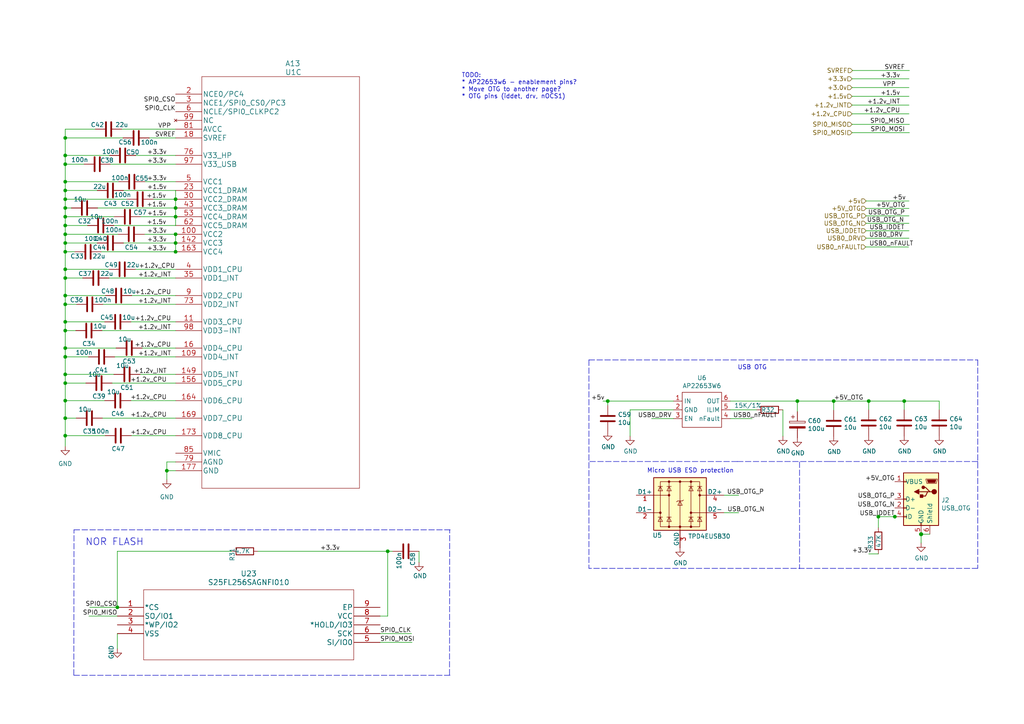
<source format=kicad_sch>
(kicad_sch (version 20230121) (generator eeschema)
  (paper "A4")
  (title_block (title "srvant-board MK1") (date "2021-07-14") (rev "rev-0.1dev"))
  (lib_symbols
    (symbol "CM4IO:AP2553W6"
      (property "Reference" "U" (at 3.81 -6.35 0))
      (property "Value" "AP2553W6" (at -3.81 -6.35 0))
      (symbol "AP2553W6_0_0"
        (pin power_in line (at -8.89 2.54 0) (length 2.54) (name "IN") (number "1"))
        (pin power_out line (at -8.89 0 0) (length 2.54) (name "GND") (number "2"))
        (pin input line (at -8.89 -2.54 0) (length 2.54) (name "EN") (number "3"))
        (pin open_collector line (at 7.62 -2.54 180) (length 2.54) (name "nFault") (number "4"))
        (pin passive line (at 7.62 0 180) (length 2.54) (name "ILIM") (number "5"))
        (pin power_out line (at 7.62 2.54 180) (length 2.54) (name "OUT") (number "6"))
      )
    )
    (symbol "CM4IO:TPD4EUSB30" (pin_names (offset 0))
      (property "Reference" "U" (at -0.635 8.89 0))
      (property "Value" "TPD4EUSB30" (at 8.89 -10.16 0))
      (symbol "TPD4EUSB30_1_1"
        (pin passive line (at -12.7 2.54 0) (length 5.08) (name "D1+") (number "1"))
        (pin passive line (at -12.7 2.54 0) (length 5.08) hide (name "~") (number "10"))
        (pin passive line (at -12.7 -2.54 0) (length 5.08) (name "D1-") (number "2"))
        (pin power_in line (at 0 -12.7 90) (length 5.08) (name "GND") (number "3"))
        (pin passive line (at 12.7 2.54 180) (length 5.08) (name "D2+") (number "4"))
        (pin passive line (at 12.7 -2.54 180) (length 5.08) (name "D2-") (number "5"))
        (pin passive line (at 12.7 -2.54 180) (length 5.08) hide (name "~") (number "6"))
        (pin passive line (at 12.7 2.54 180) (length 5.08) hide (name "~") (number "7"))
        (pin passive line (at 0 -12.7 90) (length 5.08) hide (name "GND") (number "8"))
        (pin passive line (at -12.7 -2.54 0) (length 5.08) hide (name "~") (number "9"))
      )
    )
    (symbol "Connector:USB_OTG"
      (property "Reference" "J" (at -5.08 11.43 0))
      (property "Value" "USB_OTG" (at -5.08 8.89 0))
      (symbol "USB_OTG_1_1"
        (pin power_in line (at 7.62 5.08 180) (length 2.54) (name "VBUS") (number "1"))
        (pin passive line (at 7.62 -2.54 180) (length 2.54) (name "D-") (number "2"))
        (pin passive line (at 7.62 0 180) (length 2.54) (name "D+") (number "3"))
        (pin passive line (at 7.62 -5.08 180) (length 2.54) (name "ID") (number "4"))
        (pin power_in line (at 0 -10.16 90) (length 2.54) (name "GND") (number "5"))
        (pin passive line (at -2.54 -10.16 90) (length 2.54) (name "Shield") (number "6"))
      )
    )
    (symbol "Device:C" (pin_numbers hide) (pin_names (offset 0.254))
      (property "Reference" "C" (at 0.635 2.54 0))
      (property "Value" "C" (at 0.635 -2.54 0))
      (symbol "C_1_1"
        (pin passive line (at 0 3.81 270) (length 2.794) (name "~") (number "1"))
        (pin passive line (at 0 -3.81 90) (length 2.794) (name "~") (number "2"))
      )
    )
    (symbol "Device:CP" (pin_numbers hide) (pin_names (offset 0.254))
      (property "Reference" "C" (at 0.635 2.54 0))
      (property "Value" "CP" (at 0.635 -2.54 0))
      (symbol "CP_1_1"
        (pin passive line (at 0 3.81 270) (length 2.794) (name "~") (number "1"))
        (pin passive line (at 0 -3.81 90) (length 2.794) (name "~") (number "2"))
      )
    )
    (symbol "Device:R" (pin_numbers hide) (pin_names (offset 0))
      (property "Reference" "R" (at 2.032 0 90))
      (property "Value" "R" (at 0 0 90))
      (symbol "R_1_1"
        (pin passive line (at 0 3.81 270) (length 1.27) (name "~") (number "1"))
        (pin passive line (at 0 -3.81 90) (length 1.27) (name "~") (number "2"))
      )
    )
    (symbol "a13_func:A13" (pin_names (offset 0.254))
      (property "Reference" "U" (at 60.96 10.16 0))
      (property "Value" "A13" (at 60.96 7.62 0))
      (symbol "A13_1_1"
        (pin output line (at 121.92 -88.9 180) (length 7.62) (name "NRE/PC5") (number "1"))
        (pin bidirectional line (at 0 -63.5 0) (length 7.62) (name "CSI_PCLK/SPI2_CS0/EINT14/PE0") (number "114"))
        (pin bidirectional line (at 0 -66.04 0) (length 7.62) (name "CSI_MCLK/SPI2_CLK/EINT15/PE1") (number "115"))
        (pin bidirectional line (at 0 -68.58 0) (length 7.62) (name "CSI_HSYNC/SPI2_MOSI/PE2") (number "116"))
        (pin bidirectional line (at 0 -71.12 0) (length 7.62) (name "CSI_VSYNC/SPI2_MISO/PE3") (number "117"))
        (pin bidirectional line (at 0 -40.64 0) (length 7.62) (name "CSI_D0/SDC2_D0/PE4") (number "118"))
        (pin bidirectional line (at 0 -43.18 0) (length 7.62) (name "CSI_D1/SDC2_D1/PE5") (number "119"))
        (pin bidirectional line (at 0 -45.72 0) (length 7.62) (name "CSI_D2/SDC2_D2/PE6") (number "120"))
        (pin bidirectional line (at 0 -48.26 0) (length 7.62) (name "CSI_D3/SDC2_D3/PE7") (number "121"))
        (pin bidirectional line (at 0 -50.8 0) (length 7.62) (name "CSI_D4/SDC2_CMD/PE8") (number "122"))
        (pin bidirectional line (at 0 -53.34 0) (length 7.62) (name "CSI_D5/SDC2_CLK/PE9") (number "123"))
        (pin bidirectional line (at 0 -55.88 0) (length 7.62) (name "CSI_D6/UART1_TX/PE10") (number "124"))
        (pin bidirectional line (at 0 -58.42 0) (length 7.62) (name "CSI_D7/UART1_RX/PE11") (number "125"))
        (pin bidirectional line (at 121.92 -114.3 180) (length 7.62) (name "LCD_VSYNC/PD27") (number "126"))
        (pin bidirectional line (at 121.92 -116.84 180) (length 7.62) (name "LCD_HSYNC/PD26") (number "127"))
        (pin bidirectional line (at 121.92 -119.38 180) (length 7.62) (name "LCD_DE/PD25") (number "128"))
        (pin bidirectional line (at 121.92 -121.92 180) (length 7.62) (name "LCD_CLK/PD24") (number "129"))
        (pin unspecified line (at 0 -116.84 0) (length 7.62) (name "DZQ") (number "17"))
        (pin input line (at 0 -7.62 0) (length 7.62) (name "NRB1/SDC2_CLK/PC7") (number "175"))
        (pin input line (at 0 -10.16 0) (length 7.62) (name "NRB0/SDC2_CMD/PC6") (number "176"))
        (pin bidirectional line (at 0 -76.2 0) (length 7.62) (name "DDR3_D4") (number "19"))
        (pin bidirectional line (at 0 -78.74 0) (length 7.62) (name "DDR3_D6") (number "20"))
        (pin bidirectional line (at 0 -81.28 0) (length 7.62) (name "DDR3_D2") (number "21"))
        (pin bidirectional line (at 0 -83.82 0) (length 7.62) (name "DDR3_D0") (number "22"))
        (pin bidirectional line (at 0 -86.36 0) (length 7.62) (name "DDR3_D11") (number "24"))
        (pin bidirectional line (at 0 -88.9 0) (length 7.62) (name "DDR3_D9") (number "25"))
        (pin bidirectional line (at 0 -91.44 0) (length 7.62) (name "DDR3_D13") (number "26"))
        (pin bidirectional line (at 0 -93.98 0) (length 7.62) (name "DDR3_D15") (number "27"))
        (pin output line (at 121.92 0 180) (length 7.62) (name "DDR3_DM1") (number "28"))
        (pin output line (at 121.92 -2.54 180) (length 7.62) (name "DDR3_DM0") (number "29"))
        (pin bidirectional line (at 121.92 -101.6 180) (length 7.62) (name "DDR3_DQS0") (number "31"))
        (pin bidirectional line (at 121.92 -104.14 180) (length 7.62) (name "DDR3_DQS0_N") (number "32"))
        (pin bidirectional line (at 121.92 -106.68 180) (length 7.62) (name "DDR3_DQS1") (number "33"))
        (pin bidirectional line (at 121.92 -109.22 180) (length 7.62) (name "DDR3_DQS1_N") (number "34"))
        (pin bidirectional line (at 0 -96.52 0) (length 7.62) (name "DDR3_D12") (number "36"))
        (pin bidirectional line (at 0 -99.06 0) (length 7.62) (name "DDR3_D8") (number "37"))
        (pin bidirectional line (at 0 -101.6 0) (length 7.62) (name "DDR3_D14") (number "38"))
        (pin bidirectional line (at 0 -104.14 0) (length 7.62) (name "DDR3_D10") (number "39"))
        (pin bidirectional line (at 0 -106.68 0) (length 7.62) (name "DDR3_D1") (number "40"))
        (pin bidirectional line (at 0 -109.22 0) (length 7.62) (name "DDR3_D3") (number "41"))
        (pin bidirectional line (at 0 -111.76 0) (length 7.62) (name "DDR3_D7") (number "42"))
        (pin bidirectional line (at 0 -114.3 0) (length 7.62) (name "DDR3_D5") (number "44"))
        (pin output line (at 121.92 -5.08 180) (length 7.62) (name "DDR3_CK") (number "45"))
        (pin output line (at 121.92 -7.62 180) (length 7.62) (name "DDR3_CK_N") (number "46"))
        (pin output line (at 121.92 -10.16 180) (length 7.62) (name "DDR3_CKE") (number "47"))
        (pin output line (at 121.92 -12.7 180) (length 7.62) (name "DDR3_A10") (number "48"))
        (pin output line (at 121.92 -15.24 180) (length 7.62) (name "DDR3_BA1") (number "49"))
        (pin output line (at 121.92 -17.78 180) (length 7.62) (name "DDR3_A12") (number "50"))
        (pin output line (at 121.92 -20.32 180) (length 7.62) (name "DDR3_A4") (number "51"))
        (pin output line (at 121.92 -22.86 180) (length 7.62) (name "DDR3_A1") (number "52"))
        (pin output line (at 121.92 -25.4 180) (length 7.62) (name "DDR3_A6") (number "54"))
        (pin output line (at 121.92 -27.94 180) (length 7.62) (name "DDR3_A8") (number "55"))
        (pin output line (at 121.92 -30.48 180) (length 7.62) (name "DDR3_A11") (number "56"))
        (pin output line (at 121.92 -33.02 180) (length 7.62) (name "DDR3_A14") (number "57"))
        (pin output line (at 121.92 -35.56 180) (length 7.62) (name "DDR3_RAS") (number "58"))
        (pin output line (at 121.92 -38.1 180) (length 7.62) (name "DDR3_CAS") (number "59"))
        (pin output line (at 121.92 -40.64 180) (length 7.62) (name "DDR3_WE") (number "60"))
        (pin output line (at 121.92 -43.18 180) (length 7.62) (name "DDR3_BA2") (number "61"))
        (pin output line (at 121.92 -45.72 180) (length 7.62) (name "DDR3_BA0") (number "63"))
        (pin output line (at 121.92 -48.26 180) (length 7.62) (name "DDR3_A0") (number "64"))
        (pin output line (at 121.92 -50.8 180) (length 7.62) (name "DDR3_A3") (number "65"))
        (pin output line (at 121.92 -53.34 180) (length 7.62) (name "DDR3_A2") (number "66"))
        (pin output line (at 121.92 -55.88 180) (length 7.62) (name "DDR3_A5") (number "67"))
        (pin output line (at 121.92 -58.42 180) (length 7.62) (name "DDR3_A13") (number "68"))
        (pin output line (at 121.92 -60.96 180) (length 7.62) (name "DDR3_A9") (number "69"))
        (pin output line (at 121.92 -86.36 180) (length 7.62) (name "NALE/SPI0_MISO/PC1") (number "7"))
        (pin output line (at 121.92 -63.5 180) (length 7.62) (name "DDR3_RST") (number "70"))
        (pin output line (at 121.92 -66.04 180) (length 7.62) (name "DDR3_A7") (number "71"))
        (pin output line (at 121.92 -68.58 180) (length 7.62) (name "DDR3_ODT") (number "72"))
        (pin output line (at 121.92 -81.28 180) (length 7.62) (name "HPOUTL") (number "74"))
        (pin output line (at 121.92 -73.66 180) (length 7.62) (name "HPBP") (number "75"))
        (pin output line (at 121.92 -76.2 180) (length 7.62) (name "HPCOM") (number "77"))
        (pin output line (at 121.92 -83.82 180) (length 7.62) (name "HPOUTR") (number "78"))
        (pin output line (at 121.92 -91.44 180) (length 7.62) (name "NWE/SPI0_MOSI/PC0") (number "8"))
        (pin input line (at 0 -2.54 0) (length 7.62) (name "MICIN1") (number "84"))
        (pin input line (at 0 0 0) (length 7.62) (name "LRADC") (number "86"))
        (pin input line (at 0 -15.24 0) (length 7.62) (name "TPX2") (number "87"))
        (pin input line (at 0 -22.86 0) (length 7.62) (name "TPY2") (number "88"))
        (pin input line (at 0 -17.78 0) (length 7.62) (name "TPX1") (number "89"))
        (pin input line (at 0 -25.4 0) (length 7.62) (name "TPY1") (number "90"))
        (pin output line (at 121.92 -96.52 180) (length 7.62) (name "X24MOUT") (number "91"))
        (pin input line (at 0 -35.56 0) (length 7.62) (name "X24MIN") (number "92"))
      )
      (symbol "A13_2_1"
        (pin bidirectional line (at 0 -30.48 0) (length 7.62) (name "PB10/EINT24") (number "10"))
        (pin bidirectional line (at 127 -73.66 180) (length 7.62) (name "TWI0-SCK/PB0") (number "101"))
        (pin bidirectional line (at 127 -76.2 180) (length 7.62) (name "TWI0-SDA/PB1") (number "102"))
        (pin bidirectional line (at 0 -33.02 0) (length 7.62) (name "PB2/EINT16") (number "103"))
        (pin bidirectional line (at 0 -35.56 0) (length 7.62) (name "PB4/EINT18") (number "104"))
        (pin bidirectional line (at 0 -38.1 0) (length 7.62) (name "PB15") (number "105"))
        (pin bidirectional line (at 0 -40.64 0) (length 7.62) (name "PB16") (number "106"))
        (pin bidirectional line (at 0 -63.5 0) (length 7.62) (name "SDC0_D1/PF0") (number "107"))
        (pin bidirectional line (at 0 -66.04 0) (length 7.62) (name "SDC0_D0/PF1") (number "108"))
        (pin bidirectional line (at 0 -55.88 0) (length 7.62) (name "SDC0_CLK/PF2") (number "110"))
        (pin bidirectional line (at 0 -58.42 0) (length 7.62) (name "SDC0_CMD/PF3") (number "111"))
        (pin bidirectional line (at 0 -68.58 0) (length 7.62) (name "SDC0_D3/PF4") (number "112"))
        (pin bidirectional line (at 0 -71.12 0) (length 7.62) (name "SDC0_D2/PF5") (number "113"))
        (pin bidirectional line (at 127 -48.26 180) (length 7.62) (name "PG9/SPI1_CS0/UART3_TX/EINT9") (number "12"))
        (pin bidirectional line (at 127 -50.8 180) (length 7.62) (name "PG10/SPI1_CLK/UART3_RX/EINT10") (number "13"))
        (pin bidirectional line (at 127 0 180) (length 7.62) (name "LCD_D23/PD23") (number "130"))
        (pin bidirectional line (at 127 -2.54 180) (length 7.62) (name "LCD_D22/PD22") (number "131"))
        (pin bidirectional line (at 127 -5.08 180) (length 7.62) (name "LCD_D21/PD21") (number "132"))
        (pin bidirectional line (at 127 -7.62 180) (length 7.62) (name "LCD_D20/PD20") (number "133"))
        (pin bidirectional line (at 127 -10.16 180) (length 7.62) (name "LCD_D19/PD19") (number "134"))
        (pin bidirectional line (at 127 -12.7 180) (length 7.62) (name "LCD_D18/PD18") (number "135"))
        (pin bidirectional line (at 127 -15.24 180) (length 7.62) (name "LCD_D15/PD15") (number "136"))
        (pin bidirectional line (at 127 -17.78 180) (length 7.62) (name "LCD_D14/PD14") (number "137"))
        (pin bidirectional line (at 127 -20.32 180) (length 7.62) (name "LCD_D13/PD13") (number "138"))
        (pin bidirectional line (at 127 -22.86 180) (length 7.62) (name "LCD_D12/PD12") (number "139"))
        (pin bidirectional line (at 127 -53.34 180) (length 7.62) (name "PG11/SPI1_MOSI/UART3_CTS/EINT11") (number "14"))
        (pin bidirectional line (at 127 -25.4 180) (length 7.62) (name "LCD_D11/PD11") (number "140"))
        (pin bidirectional line (at 127 -27.94 180) (length 7.62) (name "LCD_D10/PD10") (number "141"))
        (pin bidirectional line (at 127 -30.48 180) (length 7.62) (name "LCD_D7/PD7") (number "143"))
        (pin bidirectional line (at 127 -33.02 180) (length 7.62) (name "LCD_D6/PD6") (number "144"))
        (pin bidirectional line (at 127 -35.56 180) (length 7.62) (name "LCD_D5/PD5") (number "145"))
        (pin bidirectional line (at 127 -38.1 180) (length 7.62) (name "LCD_D4/PD4") (number "146"))
        (pin bidirectional line (at 127 -40.64 180) (length 7.62) (name "LCD_D3/PD3") (number "147"))
        (pin bidirectional line (at 127 -43.18 180) (length 7.62) (name "LCD_D2/PD2") (number "148"))
        (pin bidirectional line (at 127 -55.88 180) (length 7.62) (name "PG12/SPI1_MISOUART3_RTS/EINT12") (number "15"))
        (pin bidirectional line (at 0 -43.18 0) (length 7.62) (name "PB3/EINT17") (number "150"))
        (pin bidirectional line (at 127 -58.42 180) (length 7.62) (name "PG4/UART1_RX/EINT4") (number "151"))
        (pin bidirectional line (at 127 -60.96 180) (length 7.62) (name "PG3/UART1_TX/EINT3") (number "152"))
        (pin bidirectional line (at 127 -63.5 180) (length 7.62) (name "PG2/EINT2") (number "153"))
        (pin bidirectional line (at 127 -66.04 180) (length 7.62) (name "PG1/EINT1") (number "154"))
        (pin bidirectional line (at 127 -68.58 180) (length 7.62) (name "PG0/EINT0") (number "155"))
        (pin bidirectional line (at 0 -73.66 0) (length 7.62) (name "UBOOT") (number "157"))
        (pin unspecified line (at 0 -25.4 0) (length 7.62) (name "NMI_N") (number "158"))
        (pin unspecified line (at 0 -50.8 0) (length 7.62) (name "RESET_N") (number "159"))
        (pin bidirectional line (at 0 -45.72 0) (length 7.62) (name "PB18") (number "160"))
        (pin bidirectional line (at 0 -48.26 0) (length 7.62) (name "PB17") (number "161"))
        (pin bidirectional line (at 0 0 0) (length 7.62) (name "NDQS/PC19") (number "162"))
        (pin bidirectional line (at 0 -2.54 0) (length 7.62) (name "NDQ7/SDC2_D7/PC15") (number "165"))
        (pin bidirectional line (at 0 -5.08 0) (length 7.62) (name "NDQ6/SDC2_D6/PC14") (number "166"))
        (pin bidirectional line (at 0 -7.62 0) (length 7.62) (name "NDQ5/SDC2_D5/PC13") (number "167"))
        (pin bidirectional line (at 0 -10.16 0) (length 7.62) (name "NDQ4/SDC2_D4/PC12") (number "168"))
        (pin bidirectional line (at 0 -22.86 0) (length 7.62) (name "NDQ3SDC2_D3/PC11") (number "170"))
        (pin bidirectional line (at 0 -12.7 0) (length 7.62) (name "NDQ2/SDC2_D2/PC10") (number "171"))
        (pin bidirectional line (at 0 -15.24 0) (length 7.62) (name "NDQ1/SDC2_D1-PC9") (number "172"))
        (pin bidirectional line (at 0 -17.78 0) (length 7.62) (name "NDQ0/SDC2_D0/PC8") (number "174"))
        (pin unspecified line (at 0 -114.3 0) (length 7.62) (name "VRP") (number "80"))
        (pin unspecified line (at 127 -104.14 180) (length 7.62) (name "VRA2") (number "82"))
        (pin unspecified line (at 127 -106.68 180) (length 7.62) (name "VRA1") (number "83"))
        (pin bidirectional line (at 0 -78.74 0) (length 7.62) (name "UDM0") (number "93"))
        (pin bidirectional line (at 127 -81.28 180) (length 7.62) (name "UDP0") (number "94"))
        (pin bidirectional line (at 0 -81.28 0) (length 7.62) (name "UDM1") (number "95"))
        (pin bidirectional line (at 127 -83.82 180) (length 7.62) (name "UDP1") (number "96"))
      )
      (symbol "A13_3_1"
        (pin power_in line (at 0 -40.64 0) (length 7.62) (name "VCC2") (number "100"))
        (pin power_in line (at 0 -76.2 0) (length 7.62) (name "VDD4_INT") (number "109"))
        (pin power_in line (at 0 -66.04 0) (length 7.62) (name "VDD3_CPU") (number "11"))
        (pin power_in line (at 0 -43.18 0) (length 7.62) (name "VCC3") (number "142"))
        (pin power_in line (at 0 -81.28 0) (length 7.62) (name "VDD5_INT") (number "149"))
        (pin power_in line (at 0 -83.82 0) (length 7.62) (name "VDD5_CPU") (number "156"))
        (pin power_in line (at 0 -73.66 0) (length 7.62) (name "VDD4_CPU") (number "16"))
        (pin power_in line (at 0 -45.72 0) (length 7.62) (name "VCC4") (number "163"))
        (pin power_in line (at 0 -88.9 0) (length 7.62) (name "VDD6_CPU") (number "164"))
        (pin power_in line (at 0 -93.98 0) (length 7.62) (name "VDD7_CPU") (number "169"))
        (pin power_in line (at 0 -99.06 0) (length 7.62) (name "VDD8_CPU") (number "173"))
        (pin power_in line (at 0 -109.22 0) (length 7.62) (name "GND") (number "177"))
        (pin power_in line (at 0 -12.7 0) (length 7.62) (name "SVREF") (number "18"))
        (pin output line (at 0 0 0) (length 7.62) (name "NCE0/PC4") (number "2"))
        (pin power_in line (at 0 -27.94 0) (length 7.62) (name "VCC1_DRAM") (number "23"))
        (pin output line (at 0 -2.54 0) (length 7.62) (name "NCE1/SPI0_CS0/PC3") (number "3"))
        (pin power_in line (at 0 -30.48 0) (length 7.62) (name "VCC2_DRAM") (number "30"))
        (pin power_in line (at 0 -53.34 0) (length 7.62) (name "VDD1_INT") (number "35"))
        (pin power_in line (at 0 -50.8 0) (length 7.62) (name "VDD1_CPU") (number "4"))
        (pin power_in line (at 0 -33.02 0) (length 7.62) (name "VCC3_DRAM") (number "43"))
        (pin power_in line (at 0 -25.4 0) (length 7.62) (name "VCC1") (number "5"))
        (pin power_in line (at 0 -35.56 0) (length 7.62) (name "VCC4_DRAM") (number "53"))
        (pin output line (at 0 -5.08 0) (length 7.62) (name "NCLE/SPI0_CLKPC2") (number "6"))
        (pin power_in line (at 0 -38.1 0) (length 7.62) (name "VCC5_DRAM") (number "62"))
        (pin power_in line (at 0 -60.96 0) (length 7.62) (name "VDD2_INT") (number "73"))
        (pin power_in line (at 0 -17.78 0) (length 7.62) (name "V33_HP") (number "76"))
        (pin power_in line (at 0 -106.68 0) (length 7.62) (name "AGND") (number "79"))
        (pin power_in line (at 0 -10.16 0) (length 7.62) (name "AVCC") (number "81"))
        (pin power_in line (at 0 -104.14 0) (length 7.62) (name "VMIC") (number "85"))
        (pin power_in line (at 0 -58.42 0) (length 7.62) (name "VDD2_CPU") (number "9"))
        (pin power_in line (at 0 -20.32 0) (length 7.62) (name "V33_USB") (number "97"))
        (pin power_in line (at 0 -68.58 0) (length 7.62) (name "VDD3-INT") (number "98"))
        (pin no_connect line (at 0 -7.62 0) (length 7.62) (name "NC") (number "99"))
      )
    )
    (symbol "power:GND" (power) (pin_names (offset 0))
      (property "Value" "GND" (at 0 -3.81 0))
      (symbol "GND_1_1"
        (pin power_in line (at 0 0 270) (length 0) hide (name "GND") (number "1"))
      )
    )
    (symbol "ul_spi_flash_S25FL256SAGNFI010:S25FL256SAGNFI010" (pin_names (offset 0.254))
      (property "Reference" "U" (at 38.1 10.16 0))
      (property "Value" "S25FL256SAGNFI010" (at 38.1 7.62 0))
      (symbol "S25FL256SAGNFI010_1_1"
        (pin input line (at 0 0 0) (length 7.62) (name "*CS") (number "1"))
        (pin bidirectional line (at 0 -2.54 0) (length 7.62) (name "SO/IO1") (number "2"))
        (pin bidirectional line (at 0 -5.08 0) (length 7.62) (name "*WP/IO2") (number "3"))
        (pin power_in line (at 0 -7.62 0) (length 7.62) (name "VSS") (number "4"))
        (pin bidirectional line (at 76.2 -10.16 180) (length 7.62) (name "SI/IO0") (number "5"))
        (pin input line (at 76.2 -7.62 180) (length 7.62) (name "SCK") (number "6"))
        (pin bidirectional line (at 76.2 -5.08 180) (length 7.62) (name "*HOLD/IO3") (number "7"))
        (pin power_in line (at 76.2 -2.54 180) (length 7.62) (name "VCC") (number "8"))
        (pin unspecified line (at 76.2 0 180) (length 7.62) (name "EP") (number "9"))
      )
    )
  )
  (junction (at 18.923 60.325) (diameter 0.9144))
  (junction (at 18.923 47.625) (diameter 0.9144))
  (junction (at 50.927 67.945) (diameter 0.9144))
  (junction (at 18.923 78.105) (diameter 0.9144))
  (junction (at 18.923 85.725) (diameter 0.9144))
  (junction (at 50.927 73.025) (diameter 0.9144))
  (junction (at 251.968 116.332) (diameter 0.9144))
  (junction (at 241.808 116.332) (diameter 0.9144))
  (junction (at 18.923 103.505) (diameter 0.9144))
  (junction (at 259.5372 149.86) (diameter 0.9144))
  (junction (at 18.923 70.485) (diameter 0.9144))
  (junction (at 18.923 93.345) (diameter 0.9144))
  (junction (at 18.923 116.205) (diameter 0.9144))
  (junction (at 18.923 62.865) (diameter 0.9144))
  (junction (at 262.255 116.332) (diameter 0.9144))
  (junction (at 34.036 176.149) (diameter 0.9144))
  (junction (at 18.923 100.965) (diameter 0.9144))
  (junction (at 18.923 80.645) (diameter 0.9144))
  (junction (at 18.923 108.585) (diameter 0.9144))
  (junction (at 18.923 73.025) (diameter 0.9144))
  (junction (at 48.387 136.525) (diameter 0.9144))
  (junction (at 18.923 111.125) (diameter 0.9144))
  (junction (at 267.1572 154.94) (diameter 1.016))
  (junction (at 18.923 121.285) (diameter 0.9144))
  (junction (at 176.276 116.332) (diameter 0.9144))
  (junction (at 50.927 57.785) (diameter 0.9144))
  (junction (at 50.927 62.865) (diameter 0.9144))
  (junction (at 18.923 126.365) (diameter 0.9144))
  (junction (at 112.4458 159.893) (diameter 0.9144))
  (junction (at 50.927 70.485) (diameter 0.9144))
  (junction (at 18.923 40.005) (diameter 0.9144))
  (junction (at 50.927 60.325) (diameter 0.9144))
  (junction (at 18.923 57.785) (diameter 0.9144))
  (junction (at 18.923 65.405) (diameter 0.9144))
  (junction (at 231.267 116.332) (diameter 0.9144))
  (junction (at 254.762 149.86) (diameter 0.9144))
  (junction (at 18.923 95.885) (diameter 0.9144))
  (junction (at 18.923 67.945) (diameter 0.9144))
  (junction (at 18.923 55.245) (diameter 0.9144))
  (junction (at 18.923 45.085) (diameter 0.9144))
  (junction (at 18.923 88.265) (diameter 0.9144))
  (junction (at 18.923 52.705) (diameter 0.9144))
  (wire (pts (xy 247.142 25.4) (xy 263.652 25.4)))
  (wire (pts (xy 267.1572 157.48) (xy 267.1572 154.94)))
  (wire (pts (xy 251.968 116.332) (xy 251.968 118.872)))
  (polyline (pts (xy 283.591 133.858) (xy 240.665 133.858)) (stroke (width 0) (type dash)))
  (wire (pts (xy 38.1 126.365) (xy 50.927 126.365)))
  (wire (pts (xy 211.836 121.412) (xy 218.186 121.412)))
  (wire (pts (xy 267.1572 154.94) (xy 269.6972 154.94)))
  (wire (pts (xy 112.4458 159.893) (xy 112.4458 178.689)))
  (wire (pts (xy 40.767 62.865) (xy 50.927 62.865)))
  (wire (pts (xy 18.923 88.265) (xy 18.923 93.345)))
  (wire (pts (xy 42.037 52.705) (xy 50.927 52.705)))
  (wire (pts (xy 110.236 183.769) (xy 119.38 183.769)))
  (wire (pts (xy 32.004 47.625) (xy 50.927 47.625)))
  (wire (pts (xy 227.076 118.872) (xy 227.076 126.492)))
  (wire (pts (xy 18.923 111.125) (xy 24.892 111.125)))
  (wire (pts (xy 32.512 111.125) (xy 50.927 111.125)))
  (wire (pts (xy 41.91 67.945) (xy 50.927 67.945)))
  (wire (pts (xy 39.37 45.085) (xy 50.927 45.085)))
  (wire (pts (xy 110.236 178.689) (xy 112.4458 178.689)))
  (wire (pts (xy 48.387 139.065) (xy 48.387 136.525)))
  (wire (pts (xy 121.539 159.893) (xy 121.539 163.068)))
  (wire (pts (xy 18.923 100.965) (xy 33.655 100.965)))
  (wire (pts (xy 41.275 100.965) (xy 50.927 100.965)))
  (wire (pts (xy 34.036 159.893) (xy 67.2084 159.893)))
  (wire (pts (xy 262.255 116.332) (xy 272.415 116.332)))
  (wire (pts (xy 50.927 70.485) (xy 50.927 73.025)))
  (wire (pts (xy 18.923 40.005) (xy 35.687 40.005)))
  (wire (pts (xy 18.923 80.645) (xy 18.923 85.725)))
  (wire (pts (xy 18.923 85.725) (xy 18.923 88.265)))
  (polyline (pts (xy 213.868 133.858) (xy 170.942 133.858)) (stroke (width 0) (type dash)))
  (wire (pts (xy 35.306 37.465) (xy 50.927 37.465)))
  (wire (pts (xy 251.206 62.611) (xy 263.652 62.611)))
  (wire (pts (xy 211.836 116.332) (xy 231.267 116.332)))
  (wire (pts (xy 18.923 108.585) (xy 18.923 111.125)))
  (wire (pts (xy 18.923 116.205) (xy 30.353 116.205)))
  (wire (pts (xy 50.927 116.205) (xy 37.973 116.205)))
  (wire (pts (xy 254.7366 149.86) (xy 254.762 149.86)))
  (wire (pts (xy 254.762 149.86) (xy 254.762 153.035)))
  (wire (pts (xy 254.762 149.86) (xy 259.5372 149.86)))
  (wire (pts (xy 259.5372 149.86) (xy 259.588 149.86)))
  (wire (pts (xy 251.206 60.452) (xy 263.652 60.452)))
  (wire (pts (xy 211.836 118.872) (xy 219.456 118.872)))
  (wire (pts (xy 25.781 178.689) (xy 34.036 178.689)))
  (wire (pts (xy 231.267 116.332) (xy 241.808 116.332)))
  (wire (pts (xy 18.923 45.085) (xy 18.923 47.625)))
  (wire (pts (xy 31.75 45.085) (xy 18.923 45.085)))
  (wire (pts (xy 110.236 186.309) (xy 119.507 186.309)))
  (polyline (pts (xy 213.868 133.858) (xy 240.665 133.858)) (stroke (width 0) (type dash)))
  (polyline (pts (xy 283.591 104.394) (xy 283.591 164.846)) (stroke (width 0) (type dash)))
  (wire (pts (xy 18.923 116.205) (xy 18.923 111.125)))
  (wire (pts (xy 182.753 118.872) (xy 182.753 126.492)))
  (wire (pts (xy 18.923 103.505) (xy 18.923 108.585)))
  (wire (pts (xy 18.923 108.585) (xy 33.02 108.585)))
  (wire (pts (xy 48.387 133.985) (xy 48.387 136.525)))
  (wire (pts (xy 50.927 57.785) (xy 50.927 60.325)))
  (wire (pts (xy 50.927 60.325) (xy 50.927 62.865)))
  (polyline (pts (xy 21.463 153.67) (xy 130.683 153.67)) (stroke (width 0) (type dash)))
  (wire (pts (xy 18.923 93.345) (xy 30.353 93.345)))
  (wire (pts (xy 37.973 93.345) (xy 50.927 93.345)))
  (wire (pts (xy 18.923 67.945) (xy 18.923 65.405)))
  (wire (pts (xy 34.29 67.945) (xy 18.923 67.945)))
  (wire (pts (xy 251.079 71.628) (xy 263.525 71.628)))
  (wire (pts (xy 74.8284 159.893) (xy 112.4458 159.893)))
  (wire (pts (xy 18.923 55.245) (xy 18.923 52.705)))
  (wire (pts (xy 28.194 55.245) (xy 18.923 55.245)))
  (wire (pts (xy 44.45 57.785) (xy 50.927 57.785)))
  (wire (pts (xy 24.384 47.625) (xy 18.923 47.625)))
  (wire (pts (xy 48.387 136.525) (xy 50.927 136.525)))
  (wire (pts (xy 31.623 80.645) (xy 50.927 80.645)))
  (wire (pts (xy 18.923 52.705) (xy 18.923 47.625)))
  (wire (pts (xy 34.417 52.705) (xy 18.923 52.705)))
  (wire (pts (xy 26.035 176.149) (xy 34.036 176.149)))
  (wire (pts (xy 50.927 62.865) (xy 50.927 65.405)))
  (wire (pts (xy 251.206 69.088) (xy 263.652 69.088)))
  (wire (pts (xy 247.142 22.86) (xy 263.652 22.86)))
  (wire (pts (xy 18.923 78.105) (xy 18.923 73.025)))
  (wire (pts (xy 31.623 78.105) (xy 18.923 78.105)))
  (wire (pts (xy 18.923 88.265) (xy 22.225 88.265)))
  (wire (pts (xy 29.845 88.265) (xy 50.927 88.265)))
  (wire (pts (xy 247.142 27.94) (xy 263.652 27.94)))
  (wire (pts (xy 174.879 116.332) (xy 176.276 116.332)))
  (wire (pts (xy 272.415 118.872) (xy 272.415 116.332)))
  (wire (pts (xy 254.762 160.655) (xy 251.968 160.655)))
  (wire (pts (xy 18.923 65.405) (xy 18.923 62.865)))
  (wire (pts (xy 25.4 65.405) (xy 18.923 65.405)))
  (wire (pts (xy 18.923 57.785) (xy 18.923 55.245)))
  (wire (pts (xy 36.83 57.785) (xy 18.923 57.785)))
  (wire (pts (xy 247.142 30.48) (xy 263.652 30.48)))
  (wire (pts (xy 251.968 116.332) (xy 262.255 116.332)))
  (wire (pts (xy 18.923 126.365) (xy 18.923 129.413)))
  (wire (pts (xy 182.753 118.872) (xy 195.326 118.872)))
  (wire (pts (xy 209.931 143.637) (xy 214.249 143.637)))
  (wire (pts (xy 50.927 133.985) (xy 48.387 133.985)))
  (wire (pts (xy 18.923 126.365) (xy 18.923 121.285)))
  (wire (pts (xy 30.48 126.365) (xy 18.923 126.365)))
  (wire (pts (xy 18.923 37.465) (xy 27.686 37.465)))
  (wire (pts (xy 18.923 40.005) (xy 18.923 37.465)))
  (wire (pts (xy 18.923 45.085) (xy 18.923 40.005)))
  (polyline (pts (xy 283.591 133.985) (xy 283.591 133.858)) (stroke (width 0) (type dash)))
  (wire (pts (xy 39.243 78.105) (xy 50.927 78.105)))
  (wire (pts (xy 18.923 95.885) (xy 18.923 100.965)))
  (wire (pts (xy 18.923 95.885) (xy 21.971 95.885)))
  (wire (pts (xy 29.591 95.885) (xy 50.927 95.885)))
  (wire (pts (xy 18.923 62.865) (xy 18.923 60.325)))
  (wire (pts (xy 33.147 62.865) (xy 18.923 62.865)))
  (wire (pts (xy 18.923 73.025) (xy 18.923 70.485)))
  (wire (pts (xy 21.717 73.025) (xy 18.923 73.025)))
  (wire (pts (xy 247.142 36.068) (xy 263.779 36.068)))
  (wire (pts (xy 18.923 121.285) (xy 18.923 116.205)))
  (wire (pts (xy 22.098 121.285) (xy 18.923 121.285)))
  (wire (pts (xy 29.718 121.285) (xy 50.927 121.285)))
  (wire (pts (xy 35.814 55.245) (xy 50.927 55.245)))
  (wire (pts (xy 50.927 70.485) (xy 35.814 70.485)))
  (polyline (pts (xy 21.4122 195.834) (xy 21.463 153.67)) (stroke (width 0) (type dash)))
  (wire (pts (xy 176.276 116.332) (xy 176.276 117.602)))
  (wire (pts (xy 33.02 65.405) (xy 50.927 65.405)))
  (wire (pts (xy 43.307 40.005) (xy 50.927 40.005)))
  (wire (pts (xy 34.036 159.893) (xy 34.036 176.149)))
  (wire (pts (xy 247.269 20.447) (xy 263.779 20.447)))
  (polyline (pts (xy 21.4122 195.8594) (xy 130.6322 195.8594)) (stroke (width 0) (type dash)))
  (wire (pts (xy 112.4458 159.893) (xy 113.919 159.893)))
  (wire (pts (xy 176.276 116.332) (xy 195.326 116.332)))
  (polyline (pts (xy 170.815 104.394) (xy 170.815 164.846)) (stroke (width 0) (type dash)))
  (wire (pts (xy 18.923 85.725) (xy 30.607 85.725)))
  (wire (pts (xy 38.227 85.725) (xy 50.927 85.725)))
  (wire (pts (xy 18.923 80.645) (xy 18.923 78.105)))
  (wire (pts (xy 24.003 80.645) (xy 18.923 80.645)))
  (wire (pts (xy 247.142 38.481) (xy 263.779 38.481)))
  (wire (pts (xy 18.923 100.965) (xy 18.923 103.505)))
  (wire (pts (xy 241.808 116.332) (xy 241.808 118.999)))
  (wire (pts (xy 18.923 103.505) (xy 25.654 103.505)))
  (wire (pts (xy 33.274 103.505) (xy 50.927 103.505)))
  (wire (pts (xy 50.927 67.945) (xy 50.927 70.485)))
  (wire (pts (xy 251.206 64.77) (xy 263.652 64.77)))
  (wire (pts (xy 251.206 66.929) (xy 263.652 66.929)))
  (wire (pts (xy 209.931 148.717) (xy 214.249 148.717)))
  (wire (pts (xy 34.036 183.769) (xy 34.036 188.1378)))
  (wire (pts (xy 262.255 116.332) (xy 262.255 118.872)))
  (wire (pts (xy 18.923 93.345) (xy 18.923 95.885)))
  (polyline (pts (xy 231.902 133.985) (xy 231.902 164.973)) (stroke (width 0) (type dash)))
  (wire (pts (xy 50.927 108.585) (xy 40.64 108.585)))
  (polyline (pts (xy 130.3782 195.7832) (xy 130.429 153.67)) (stroke (width 0) (type dash)))
  (wire (pts (xy 50.927 55.245) (xy 50.927 57.785)))
  (wire (pts (xy 18.923 70.485) (xy 18.923 67.945)))
  (wire (pts (xy 28.194 70.485) (xy 18.923 70.485)))
  (polyline (pts (xy 283.591 164.846) (xy 170.815 164.846)) (stroke (width 0) (type dash)))
  (polyline (pts (xy 170.815 104.394) (xy 283.591 104.394)) (stroke (width 0) (type dash)))
  (wire (pts (xy 18.923 57.785) (xy 18.923 60.325)))
  (wire (pts (xy 20.701 60.325) (xy 18.923 60.325)))
  (wire (pts (xy 251.206 58.293) (xy 263.652 58.293)))
  (wire (pts (xy 188.976 121.412) (xy 195.326 121.412)))
  (wire (pts (xy 28.321 60.325) (xy 50.927 60.325)))
  (wire (pts (xy 29.337 73.025) (xy 50.927 73.025)))
  (wire (pts (xy 247.142 33.02) (xy 263.652 33.02)))
  (wire (pts (xy 241.808 116.332) (xy 251.968 116.332)))
  (wire (pts (xy 231.267 116.332) (xy 231.267 119.38)))
  (text "USB OTG\n" (at 222.4532 107.4166 0) (effects (font (size 1.27 1.27)) (justify right bottom)))
  (text "Micro USB ESD protection" (at 212.8774 137.3632 0) (effects (font (size 1.27 1.27)) (justify right bottom)))
  (text "TODO: \n* AP22653w6 - enablement pins?\n* Move OTG to another page?\n* OTG pins (iddet, drv, nOCS1)\n" (at 133.858 28.829 0) (effects (font (size 1.27 1.27)) (justify left bottom)))
  (text "NOR FLASH" (at 24.7142 158.496 0) (effects (font (size 2.0066 2.0066)) (justify left bottom)))
  (label "+5V_OTG" (at 262.636 60.452 180))
  (label "+5V_OTG" (at 259.5372 139.7 180))
  (label "USB0_nFAULT" (at 252.095 71.628 0))
  (label "+3.3v" (at 48.387 47.625 180))
  (label "+1.2v_CPU" (at 48.387 121.285 180))
  (label "SPI0_MISO" (at 34.036 178.689 180))
  (label "USB0_DRV" (at 261.874 69.088 180))
  (label "+3.3v" (at 48.387 70.485 180))
  (label "SPI0_MOSI" (at 110.236 186.309 0))
  (label "SVREF" (at 50.927 40.005 180))
  (label "+1.2v_INT" (at 49.657 80.645 180))
  (label "SPI0_MOSI" (at 262.509 38.481 180))
  (label "+1.5v" (at 48.2072 57.785 180))
  (label "USB_OTG_P" (at 262.509 62.611 180))
  (label "+1.2v_CPU" (at 50.8 78.105 180))
  (label "USB0_nFAULT" (at 212.598 121.412 0))
  (label "+1.2v_CPU" (at 48.3765 126.365 180))
  (label "+1.5v" (at 261.112 27.94 180))
  (label "SPI0_CLK" (at 50.927 32.385 180))
  (label "SPI0_CLK" (at 110.236 183.769 0))
  (label "USB_OTG_N" (at 259.5372 147.32 180))
  (label "+5V_OTG" (at 250.444 116.332 180))
  (label "USB_OTG_N" (at 262.255 64.77 180))
  (label "+3.3v" (at 48.387 52.705 180))
  (label "VPP" (at 49.657 37.465 180))
  (label "USB_IDDET" (at 259.5372 149.86 180))
  (label "+5v" (at 262.763 58.293 180))
  (label "SPI0_CSO" (at 34.036 176.149 180))
  (label "+1.2v_INT" (at 261.0998 30.48 180))
  (label "SVREF" (at 262.509 20.447 180))
  (label "+1.5v" (at 48.26 60.325 180))
  (label "+5v" (at 175.387 116.332 180))
  (label "+3.3v" (at 48.387 67.945 180))
  (label "+1.2v_INT" (at 49.6224 88.265 180))
  (label "+1.2v_CPU" (at 49.6224 100.965 180))
  (label "SPI0_CSO" (at 50.927 29.845 180))
  (label "SPI0_MISO" (at 262.382 36.068 180))
  (label "VPP" (at 259.842 25.4 180))
  (label "+1.5v" (at 48.3673 62.865 180))
  (label "+1.2v_INT" (at 49.657 103.505 180))
  (label "+1.5v" (at 48.2712 65.405 180))
  (label "+3.3v" (at 92.837 159.893 0))
  (label "+1.2v_CPU" (at 48.387 111.125 180))
  (label "+3.3v" (at 252.857 160.655 180))
  (label "+3.3v" (at 261.112 22.86 180))
  (label "+3.3v" (at 48.352 73.025 180))
  (label "USB_IDDET" (at 262.382 66.929 180))
  (label "USB_OTG_P" (at 259.5372 144.78 180))
  (label "+1.2v_INT" (at 48.3833 108.585 180))
  (label "USB_OTG_P" (at 210.82 143.637 0))
  (label "USB_OTG_N" (at 210.947 148.717 0))
  (label "+1.5v" (at 48.387 55.245 180))
  (label "+3.3v" (at 48.387 45.085 180))
  (label "+1.2v_CPU" (at 49.657 85.725 180))
  (label "+1.2v_CPU" (at 261.0998 33.02 180))
  (label "+1.2v_INT" (at 49.6224 95.885 180))
  (label "USB0_DRV" (at 194.818 121.412 180))
  (label "+1.2v_CPU" (at 49.657 93.345 180))
  (label "+1.2v_CPU" (at 48.387 116.205 180))
  (hierarchical_label "+1.2v_INT" (shape input) (at 247.142 30.48 180))
  (hierarchical_label "USB0_nFAULT" (shape input) (at 251.079 71.628 180))
  (hierarchical_label "+1.2v_CPU" (shape input) (at 247.142 33.02 180))
  (hierarchical_label "+1.5v" (shape input) (at 247.142 27.94 180))
  (hierarchical_label "SVREF" (shape input) (at 247.269 20.447 180))
  (hierarchical_label "+5v" (shape input) (at 251.206 58.293 180))
  (hierarchical_label "SPI0_MISO" (shape input) (at 247.142 36.068 180))
  (hierarchical_label "USB_OTG_N" (shape input) (at 251.206 64.77 180))
  (hierarchical_label "+5V_OTG" (shape input) (at 251.206 60.452 180))
  (hierarchical_label "USB_IDDET" (shape input) (at 251.206 66.929 180))
  (hierarchical_label "+3.3v" (shape input) (at 247.142 22.86 180))
  (hierarchical_label "USB_OTG_P" (shape input) (at 251.206 62.611 180))
  (hierarchical_label "+3.0v" (shape input) (at 247.142 25.4 180))
  (hierarchical_label "SPI0_MOSI" (shape input) (at 247.142 38.481 180))
  (hierarchical_label "USB0_DRV" (shape input) (at 251.206 69.088 180))
  (symbol (lib_id "Device:C") (at 251.968 122.682 0) (unit 1)
    (property "Reference" "C62" (at 254.889 121.5136 0) (effects (justify left)))
    (property "Value" "10u" (at 254.889 123.825 0) (effects (justify left)))
    (property "Footprint" "Capacitor_SMD:C_0805_2012Metric" (effects hide))
    (property "Datasheet" "https://search.murata.co.jp/Ceramy/image/img/A01X/G101/ENG/GRM21BR71A106KA73-01.pdf" (effects hide))
    (property "Field5" "490-14381-1-ND" (effects hide))
    (property "Field4" "Digikey" (effects hide))
    (property "Field6" "GRM21BR71A106KA73L" (effects hide))
    (property "Field7" "Murata" (effects hide))
    (property "Part Description" "	10uF 10% 10V Ceramic Capacitor X7R 0805 (2012 Metric)" (effects hide))
    (property "Field8" "111893011" (effects hide))
  )
  (symbol (lib_id "power:GND") (at 272.415 126.492 0) (unit 1)
    (property "Reference" "#PWR0128" (effects hide))
    (property "Value" "GND" (at 272.542 130.8862 0))
  )
  (symbol (lib_id "Device:C") (at 38.227 52.705 90) (unit 1)
    (property "Reference" "C55" (at 41.1226 51.7398 90))
    (property "Value" "100n" (at 34.7726 51.5874 90))
    (property "Footprint" "Capacitor_SMD:C_0402_1005Metric" (effects hide))
    (property "Datasheet" "~{}" (effects hide))
  )
  (symbol (lib_id "Device:C") (at 35.433 78.105 90) (unit 1)
    (property "Reference" "C49" (at 32.258 76.835 90))
    (property "Value" "22u" (at 38.608 76.835 90))
    (property "Footprint" "Capacitor_SMD:C_0805_2012Metric" (effects hide))
    (property "Datasheet" "~{}" (effects hide))
  )
  (symbol (lib_id "Device:C") (at 26.035 88.265 90) (unit 1)
    (property "Reference" "C36" (at 22.225 86.995 90))
    (property "Value" "100n" (at 29.845 86.995 90))
    (property "Footprint" "Capacitor_SMD:C_0402_1005Metric" (effects hide))
    (property "Datasheet" "~{}" (effects hide))
  )
  (symbol (lib_id "Device:C") (at 272.415 122.682 0) (unit 1)
    (property "Reference" "C64" (at 275.336 121.5136 0) (effects (justify left)))
    (property "Value" "10u" (at 275.336 123.825 0) (effects (justify left)))
    (property "Footprint" "Capacitor_SMD:C_0805_2012Metric" (effects hide))
    (property "Datasheet" "https://search.murata.co.jp/Ceramy/image/img/A01X/G101/ENG/GRM21BR71A106KA73-01.pdf" (effects hide))
    (property "Field5" "490-14381-1-ND" (effects hide))
    (property "Field4" "Digikey" (effects hide))
    (property "Field6" "GRM21BR71A106KA73L" (effects hide))
    (property "Field7" "Murata" (effects hide))
    (property "Part Description" "	10uF 10% 10V Ceramic Capacitor X7R 0805 (2012 Metric)" (effects hide))
    (property "Field8" "111893011" (effects hide))
  )
  (symbol (lib_id "power:GND") (at 267.1572 157.48 0) (unit 1)
    (property "Reference" "#PWR0119" (effects hide))
    (property "Value" "GND" (at 267.2842 161.8742 0))
  )
  (symbol (lib_id "Device:C") (at 25.781 95.885 90) (unit 1)
    (property "Reference" "C34" (at 25.781 99.695 90))
    (property "Value" "10u" (at 28.956 94.615 90))
    (property "Footprint" "Capacitor_SMD:C_0805_2012Metric" (effects hide))
    (property "Datasheet" "~{}" (effects hide))
  )
  (symbol (lib_id "Device:C") (at 28.194 47.625 90) (unit 1)
    (property "Reference" "C38" (at 31.0388 46.5074 90))
    (property "Value" "100n" (at 23.114 46.355 90))
    (property "Footprint" "Capacitor_SMD:C_0402_1005Metric" (effects hide))
    (property "Datasheet" "~{}" (effects hide))
  )
  (symbol (lib_id "power:GND") (at 18.923 129.413 0) (unit 1)
    (property "Reference" "#PWR0116" (effects hide))
    (property "Value" "GND" (at 18.923 134.493 0))
  )
  (symbol (lib_id "power:GND") (at 227.076 126.492 0) (unit 1)
    (property "Reference" "#PWR0123" (effects hide))
    (property "Value" "GND" (at 227.203 130.8862 0))
  )
  (symbol (lib_id "Device:C") (at 25.527 73.025 90) (unit 1)
    (property "Reference" "C33" (at 22.352 74.295 90))
    (property "Value" "22u" (at 28.702 74.295 90))
    (property "Footprint" "Capacitor_SMD:C_0805_2012Metric" (effects hide))
    (property "Datasheet" "~{}" (effects hide))
  )
  (symbol (lib_id "Connector:USB_OTG") (at 267.1572 144.78 0) (mirror y) (unit 1)
    (property "Reference" "J2" (at 272.9992 145.0594 0) (effects (justify right)))
    (property "Value" "USB_OTG" (at 272.9992 147.3708 0) (effects (justify right)))
    (property "Footprint" "srvant:10103594-0001LF" (effects hide))
    (property "Datasheet" "https://cdn.amphenol-icc.com/media/wysiwyg/files/documentation/datasheet/inputoutput/io_usb_micro.pd" (effects hide))
    (property "Field4" "Digikey" (effects hide))
    (property "Field5" "609-4050-2-ND" (effects hide))
    (property "Field6" "690-005-298-486" (effects hide))
    (property "Field7" "EDAC" (effects hide))
    (property "Part Description" "USB - micro B USB 2.0 Receptacle Connector 5 Position Surface Mount, Right Angle; Through Hole" (effects hide))
    (property "Field8" "UCON00686" (effects hide))
  )
  (symbol (lib_id "Device:C") (at 32.004 70.485 90) (unit 1)
    (property "Reference" "C44" (at 28.829 71.755 90))
    (property "Value" "100n" (at 26.924 69.215 90))
    (property "Footprint" "Capacitor_SMD:C_0402_1005Metric" (effects hide))
    (property "Datasheet" "~{}" (effects hide))
  )
  (symbol (lib_id "Device:C") (at 35.56 45.085 90) (unit 1)
    (property "Reference" "C50" (at 38.5064 44.1198 90))
    (property "Value" "100n" (at 32.0548 43.9674 90))
    (property "Footprint" "Capacitor_SMD:C_0402_1005Metric" (effects hide))
    (property "Datasheet" "~{}" (effects hide))
  )
  (symbol (lib_id "Device:C") (at 117.729 159.893 270) (unit 1)
    (property "Reference" "C58" (at 119.7102 160.2232 0) (effects (justify left)))
    (property "Value" "100n" (at 115.7224 160.1216 0) (effects (justify left)))
    (property "Footprint" "Capacitor_SMD:C_0402_1005Metric" (effects hide))
    (property "Datasheet" "https://search.murata.co.jp/Ceramy/image/img/A01X/G101/ENG/GRM155R71C104KA88-01.pdf" (effects hide))
    (property "Field4" "Farnell" (effects hide))
    (property "Field5" "2611911" (effects hide))
    (property "Field6" "RM EMK105 B7104KV-F" (effects hide))
    (property "Field7" "TAIYO YUDEN EUROPE GMBH" (effects hide))
    (property "Part Description" "	0.1uF 10% 16V Ceramic Capacitor X7R 0402 (1005 Metric)" (effects hide))
    (property "Field8" "110091611" (effects hide))
  )
  (symbol (lib_id "Device:R") (at 254.762 156.845 0) (mirror x) (unit 1)
    (property "Reference" "R33" (at 252.5268 155.3972 90) (effects (justify left)))
    (property "Value" "47K" (at 254.8382 154.9908 90) (effects (justify left)))
    (property "Footprint" "Resistor_SMD:R_0402_1005Metric" (effects hide))
    (property "Datasheet" "https://fscdn.rohm.com/en/products/databook/datasheet/passive/resistor/chip_resistor/mcr-e.pdf" (effects hide))
    (property "Field4" "Farnell" (effects hide))
    (property "Field5" "9239235" (effects hide))
    (property "Field7" "KOA EUROPE GMBH" (effects hide))
    (property "Field6" "RK73H1ETTP1001F" (effects hide))
    (property "Part Description" "Resistor 1K M1005 1% 63mW" (effects hide))
    (property "Field8" "125049511" (effects hide))
  )
  (symbol (lib_id "Device:C") (at 29.464 103.505 90) (unit 1)
    (property "Reference" "C41" (at 29.464 107.315 90))
    (property "Value" "100n" (at 24.384 102.235 90))
    (property "Footprint" "Capacitor_SMD:C_0402_1005Metric" (effects hide))
    (property "Datasheet" "~{}" (effects hide))
  )
  (symbol (lib_id "Device:C") (at 38.1 67.945 90) (unit 1)
    (property "Reference" "C54" (at 38.1 71.755 90))
    (property "Value" "100n" (at 33.02 66.675 90))
    (property "Footprint" "Capacitor_SMD:C_0402_1005Metric" (effects hide))
    (property "Datasheet" "~{}" (effects hide))
  )
  (symbol (lib_id "Device:C") (at 34.163 116.205 90) (unit 1)
    (property "Reference" "C46" (at 34.163 120.015 90))
    (property "Value" "10u" (at 32.893 113.665 90))
    (property "Footprint" "Capacitor_SMD:C_0603_1608Metric" (effects hide))
    (property "Datasheet" "~{}" (effects hide))
  )
  (symbol (lib_id "Device:C") (at 262.255 122.682 0) (unit 1)
    (property "Reference" "C63" (at 265.176 121.5136 0) (effects (justify left)))
    (property "Value" "10u" (at 265.176 123.825 0) (effects (justify left)))
    (property "Footprint" "Capacitor_SMD:C_0805_2012Metric" (effects hide))
    (property "Datasheet" "https://search.murata.co.jp/Ceramy/image/img/A01X/G101/ENG/GRM21BR71A106KA73-01.pdf" (effects hide))
    (property "Field5" "490-14381-1-ND" (effects hide))
    (property "Field4" "Digikey" (effects hide))
    (property "Field6" "GRM21BR71A106KA73L" (effects hide))
    (property "Field7" "Murata" (effects hide))
    (property "Part Description" "	10uF 10% 10V Ceramic Capacitor X7R 0805 (2012 Metric)" (effects hide))
    (property "Field8" "111893011" (effects hide))
  )
  (symbol (lib_id "power:GND") (at 251.968 126.492 0) (unit 1)
    (property "Reference" "#PWR0127" (effects hide))
    (property "Value" "GND" (at 252.095 130.8862 0))
  )
  (symbol (lib_id "Device:C") (at 34.163 93.345 90) (unit 1)
    (property "Reference" "C45" (at 30.988 92.075 90))
    (property "Value" "10u" (at 37.338 92.075 90))
    (property "Footprint" "Capacitor_SMD:C_0603_1608Metric" (effects hide))
    (property "Datasheet" "~{}" (effects hide))
  )
  (symbol (lib_id "power:GND") (at 197.231 158.877 0) (unit 1)
    (property "Reference" "#PWR0118" (effects hide))
    (property "Value" "GND" (at 197.358 163.2712 0))
  )
  (symbol (lib_id "Device:C") (at 27.813 80.645 90) (unit 1)
    (property "Reference" "C37" (at 24.638 79.375 90))
    (property "Value" "22u" (at 30.988 79.375 90))
    (property "Footprint" "Capacitor_SMD:C_0805_2012Metric" (effects hide))
    (property "Datasheet" "~{}" (effects hide))
  )
  (symbol (lib_id "CM4IO:TPD4EUSB30") (at 197.231 146.177 0) (unit 1)
    (property "Reference" "U5" (at 190.627 155.2702 0))
    (property "Value" "TPD4EUSB30" (at 205.74 155.5496 0))
    (property "Footprint" "Package_SON:USON-10_2.5x1.0mm_P0.5mm" (effects hide))
    (property "Datasheet" "http://www.ti.com/lit/ds/symlink/tpd2eusb30a.pdf" (effects hide))
    (property "Field4" "Farnell" (effects hide))
    (property "Field5" "2335455" (effects hide))
    (property "Field6" "CDDFN10-3324P-13" (effects hide))
    (property "Field7" "Bourns" (effects hide))
    (property "Field8" "UDIO00346" (effects hide))
    (property "Part Description" "Quad TVS diode for high speed signals (USB3, GigE etc.)" (effects hide))
  )
  (symbol (lib_id "power:GND") (at 121.539 163.068 0) (unit 1)
    (property "Reference" "#PWR0130" (effects hide))
    (property "Value" "GND" (at 121.8184 167.0304 0))
  )
  (symbol (lib_id "Device:C") (at 37.465 100.965 90) (unit 1)
    (property "Reference" "C53" (at 37.465 104.775 90))
    (property "Value" "10u" (at 36.195 98.425 90))
    (property "Footprint" "Capacitor_SMD:C_0603_1608Metric" (effects hide))
    (property "Datasheet" "~{}" (effects hide))
  )
  (symbol (lib_id "Device:C") (at 36.957 62.865 90) (mirror x) (unit 1)
    (property "Reference" "C52" (at 36.957 59.055 90))
    (property "Value" "100n" (at 31.877 64.135 90))
    (property "Footprint" "Capacitor_SMD:C_0402_1005Metric" (effects hide))
    (property "Datasheet" "~{}" (effects hide))
  )
  (symbol (lib_id "power:GND") (at 34.036 188.1378 0) (unit 1)
    (property "Reference" "#PWR0117" (effects hide))
    (property "Value" "GND" (at 32.2834 189.1792 90))
  )
  (symbol (lib_id "Device:C") (at 34.417 85.725 90) (unit 1)
    (property "Reference" "C48" (at 31.242 84.455 90))
    (property "Value" "10u" (at 37.592 84.455 90))
    (property "Footprint" "Capacitor_SMD:C_0603_1608Metric" (effects hide))
    (property "Datasheet" "~{}" (effects hide))
  )
  (symbol (lib_id "Device:C") (at 29.21 65.405 90) (unit 1)
    (property "Reference" "C40" (at 29.21 69.215 90))
    (property "Value" "10u" (at 27.94 62.865 90))
    (property "Footprint" "Capacitor_SMD:C_0603_1608Metric" (effects hide))
    (property "Datasheet" "~{}" (effects hide))
  )
  (symbol (lib_id "Device:CP") (at 231.267 123.19 0) (unit 1)
    (property "Reference" "C60" (at 234.2642 122.047 0) (effects (justify left)))
    (property "Value" "100u" (at 234.2642 124.333 0) (effects (justify left)))
    (property "Footprint" "Capacitor_Tantalum_SMD:CP_EIA-7343-31_Kemet-D" (effects hide))
    (property "Datasheet" "~{}" (effects hide))
    (property "Field4" "Mouser" (effects hide))
    (property "Field5" "ECASD40J107M015K00 " (effects hide))
    (property "Part Description" "Capacitor, SP-Cap, 100u, 6.3V, 15mR ESR" (effects hide))
  )
  (symbol (lib_id "Device:C") (at 39.497 40.005 90) (unit 1)
    (property "Reference" "C56" (at 36.2966 41.2242 90))
    (property "Value" "100n" (at 43.307 41.275 90))
    (property "Footprint" "Capacitor_SMD:C_0402_1005Metric" (effects hide))
    (property "Datasheet" "~{}" (effects hide))
  )
  (symbol (lib_id "Device:R") (at 71.0184 159.893 90) (mirror x) (unit 1)
    (property "Reference" "R31" (at 67.3608 158.877 0) (effects (justify left)))
    (property "Value" "4.7K" (at 72.5678 159.8422 90) (effects (justify left)))
    (property "Footprint" "Resistor_SMD:R_0402_1005Metric" (effects hide))
    (property "Datasheet" "https://fscdn.rohm.com/en/products/databook/datasheet/passive/resistor/chip_resistor/mcr-e.pdf" (effects hide))
    (property "Field4" "Farnell" (effects hide))
    (property "Field5" "9239235" (effects hide))
    (property "Field7" "KOA EUROPE GMBH" (effects hide))
    (property "Field6" "RK73H1ETTP1001F" (effects hide))
    (property "Part Description" "Resistor 1K M1005 1% 63mW" (effects hide))
    (property "Field8" "125049511" (effects hide))
  )
  (symbol (lib_id "power:GND") (at 176.276 125.222 0) (unit 1)
    (property "Reference" "#PWR0122" (effects hide))
    (property "Value" "GND" (at 176.403 129.6162 0))
  )
  (symbol (lib_id "Device:C") (at 32.004 55.245 90) (unit 1)
    (property "Reference" "C43" (at 32.004 59.055 90))
    (property "Value" "22u" (at 28.9052 54.1274 90))
    (property "Footprint" "Capacitor_SMD:C_0805_2012Metric" (effects hide))
    (property "Datasheet" "~{}" (effects hide))
  )
  (symbol (lib_id "Device:C") (at 28.702 111.125 90) (unit 1)
    (property "Reference" "C39" (at 28.702 114.935 90))
    (property "Value" "10u" (at 27.432 108.585 90))
    (property "Footprint" "Capacitor_SMD:C_0603_1608Metric" (effects hide))
    (property "Datasheet" "~{}" (effects hide))
  )
  (symbol (lib_id "CM4IO:AP2553W6") (at 204.216 118.872 0) (unit 1)
    (property "Reference" "U6" (at 203.581 109.601 0))
    (property "Value" "AP22653W6" (at 203.581 111.9124 0))
    (property "Footprint" "Package_TO_SOT_SMD:SOT-23-6" (effects hide))
    (property "Datasheet" "https://www.diodes.com/assets/Datasheets/AP255x.pdf" (effects hide))
    (property "Field4" "Digikey" (effects hide))
    (property "Field5" "	31-AP22653W6-7CT-ND" (effects hide))
    (property "Field6" "AP22653W6" (effects hide))
    (property "Field7" "Diodes" (effects hide))
    (property "Part Description" "	Power Switch/Driver 1:1 P-Channel 2.1A SOT-23-6" (effects hide))
  )
  (symbol (lib_id "Device:C") (at 34.29 126.365 90) (unit 1)
    (property "Reference" "C47" (at 34.29 130.175 90))
    (property "Value" "100n" (at 29.21 125.095 90))
    (property "Footprint" "Capacitor_SMD:C_0402_1005Metric" (effects hide))
    (property "Datasheet" "~{}" (effects hide))
  )
  (symbol (lib_id "power:GND") (at 48.387 139.065 0) (unit 1)
    (property "Reference" "#PWR0129" (effects hide))
    (property "Value" "GND" (at 48.387 144.145 0))
  )
  (symbol (lib_id "Device:C") (at 24.511 60.325 90) (unit 1)
    (property "Reference" "C32" (at 24.511 64.135 90))
    (property "Value" "10u" (at 23.241 57.785 90))
    (property "Footprint" "Capacitor_SMD:C_0603_1608Metric" (effects hide))
    (property "Datasheet" "~{}" (effects hide))
  )
  (symbol (lib_id "power:GND") (at 241.808 126.619 0) (unit 1)
    (property "Reference" "#PWR0126" (effects hide))
    (property "Value" "GND" (at 241.935 131.0132 0))
  )
  (symbol (lib_id "Device:C") (at 31.496 37.465 270) (unit 1)
    (property "Reference" "C42" (at 28.2448 36.195 90))
    (property "Value" "22u" (at 35.306 36.195 90))
    (property "Footprint" "Capacitor_SMD:C_0805_2012Metric" (effects hide))
    (property "Datasheet" "~{}" (effects hide))
  )
  (symbol (lib_id "Device:C") (at 40.64 57.785 90) (unit 1)
    (property "Reference" "C57" (at 40.64 61.595 90))
    (property "Value" "100n" (at 35.56 56.515 90))
    (property "Footprint" "Capacitor_SMD:C_0402_1005Metric" (effects hide))
    (property "Datasheet" "~{}" (effects hide))
  )
  (symbol (lib_id "power:GND") (at 231.267 127 0) (unit 1)
    (property "Reference" "#PWR0125" (effects hide))
    (property "Value" "GND" (at 231.394 131.3942 0))
  )
  (symbol (lib_id "Device:R") (at 223.266 118.872 90) (unit 1)
    (property "Reference" "R32" (at 224.663 118.872 90) (effects (justify left)))
    (property "Value" "15K/1%" (at 220.853 117.602 90) (effects (justify left)))
    (property "Footprint" "Resistor_SMD:R_0402_1005Metric" (effects hide))
    (property "Datasheet" "https://fscdn.rohm.com/en/products/databook/datasheet/passive/resistor/chip_resistor/mcr-e.pdf" (effects hide))
    (property "Field4" "Farnell" (effects hide))
    (property "Field5" "9239375" (effects hide))
    (property "Field6" "MCR01MZPF1502" (effects hide))
    (property "Field7" "Rohm" (effects hide))
    (property "Part Description" "Resistor 15K M1005 1% 63mW" (effects hide))
    (property "Field8" "120891581" (effects hide))
  )
  (symbol (lib_id "Device:C") (at 25.908 121.285 90) (unit 1)
    (property "Reference" "C35" (at 25.908 125.095 90))
    (property "Value" "10u" (at 24.638 118.745 90))
    (property "Footprint" "Capacitor_SMD:C_0603_1608Metric" (effects hide))
    (property "Datasheet" "~{}" (effects hide))
  )
  (symbol (lib_id "Device:C") (at 36.83 108.585 90) (unit 1)
    (property "Reference" "C51" (at 36.83 112.395 90))
    (property "Value" "10u" (at 35.56 106.045 90))
    (property "Footprint" "Capacitor_SMD:C_0603_1608Metric" (effects hide))
    (property "Datasheet" "~{}" (effects hide))
  )
  (symbol (lib_id "a13_func:A13") (at 50.927 27.305 0) (unit 3)
    (property "Reference" "U1" (at 82.677 20.955 0) (effects (font (size 1.524 1.524)) (justify left)))
    (property "Value" "A13" (at 82.677 18.415 0) (effects (font (size 1.524 1.524)) (justify left)))
    (property "Footprint" "srvant:A13" (effects hide))
  )
  (symbol (lib_id "power:GND") (at 262.255 126.492 0) (unit 1)
    (property "Reference" "#PWR0120" (effects hide))
    (property "Value" "GND" (at 262.382 130.8862 0))
  )
  (symbol (lib_id "power:GND") (at 182.753 126.492 0) (unit 1)
    (property "Reference" "#PWR0121" (effects hide))
    (property "Value" "GND" (at 182.88 130.8862 0))
  )
  (symbol (lib_id "Device:C") (at 176.276 121.412 0) (unit 1)
    (property "Reference" "C59" (at 179.197 120.2436 0) (effects (justify left)))
    (property "Value" "10u" (at 179.197 122.555 0) (effects (justify left)))
    (property "Footprint" "Capacitor_SMD:C_0805_2012Metric" (effects hide))
    (property "Datasheet" "https://search.murata.co.jp/Ceramy/image/img/A01X/G101/ENG/GRM21BR71A106KA73-01.pdf" (effects hide))
    (property "Field5" "490-14381-1-ND" (effects hide))
    (property "Field4" "Digikey" (effects hide))
    (property "Field6" "GRM21BR71A106KA73L" (effects hide))
    (property "Field7" "Murata" (effects hide))
    (property "Part Description" "	10uF 10% 10V Ceramic Capacitor X7R 0805 (2012 Metric)" (effects hide))
    (property "Field8" "111893011" (effects hide))
  )
  (symbol (lib_id "Device:C") (at 241.808 122.809 0) (unit 1)
    (property "Reference" "C61" (at 244.729 121.6406 0) (effects (justify left)))
    (property "Value" "10u" (at 244.729 123.952 0) (effects (justify left)))
    (property "Footprint" "Capacitor_SMD:C_0805_2012Metric" (effects hide))
    (property "Datasheet" "https://search.murata.co.jp/Ceramy/image/img/A01X/G101/ENG/GRM21BR71A106KA73-01.pdf" (effects hide))
    (property "Field5" "490-14381-1-ND" (effects hide))
    (property "Field4" "Digikey" (effects hide))
    (property "Field6" "GRM21BR71A106KA73L" (effects hide))
    (property "Field7" "Murata" (effects hide))
    (property "Part Description" "	10uF 10% 10V Ceramic Capacitor X7R 0805 (2012 Metric)" (effects hide))
    (property "Field8" "111893011" (effects hide))
  )
  (symbol (lib_id "ul_spi_flash_S25FL256SAGNFI010:S25FL256SAGNFI010") (at 34.036 176.149 0) (unit 1)
    (property "Reference" "U23" (at 72.136 166.37 0) (effects (font (size 1.524 1.524))))
    (property "Value" "S25FL256SAGNFI010" (at 72.136 168.91 0) (effects (font (size 1.524 1.524))))
    (property "Footprint" "srvant:ul_spi_flash_S25FL256SAGNFI010" (effects hide))
    (property "Datasheet" "https://www.cypress.com/file/448601/download" (effects hide))
    (property "mouser" "https://www.mouser.co.uk/ProductDetail/Cypress-Spansion/S25FL256SAGNFI010?qs=vPP9GyyTAo3jUUHDsYsFIg%3D%3D" (effects hide))
    (property "rs" "https://uk.rs-online.com/web/p/flash-memory/1938774/" (effects hide))
    (property "digikey" "https://www.digikey.co.uk/product-detail/en/S25FL256SAGNFI010/428-3987-ND/4833769" (effects hide))
  )
)
</source>
